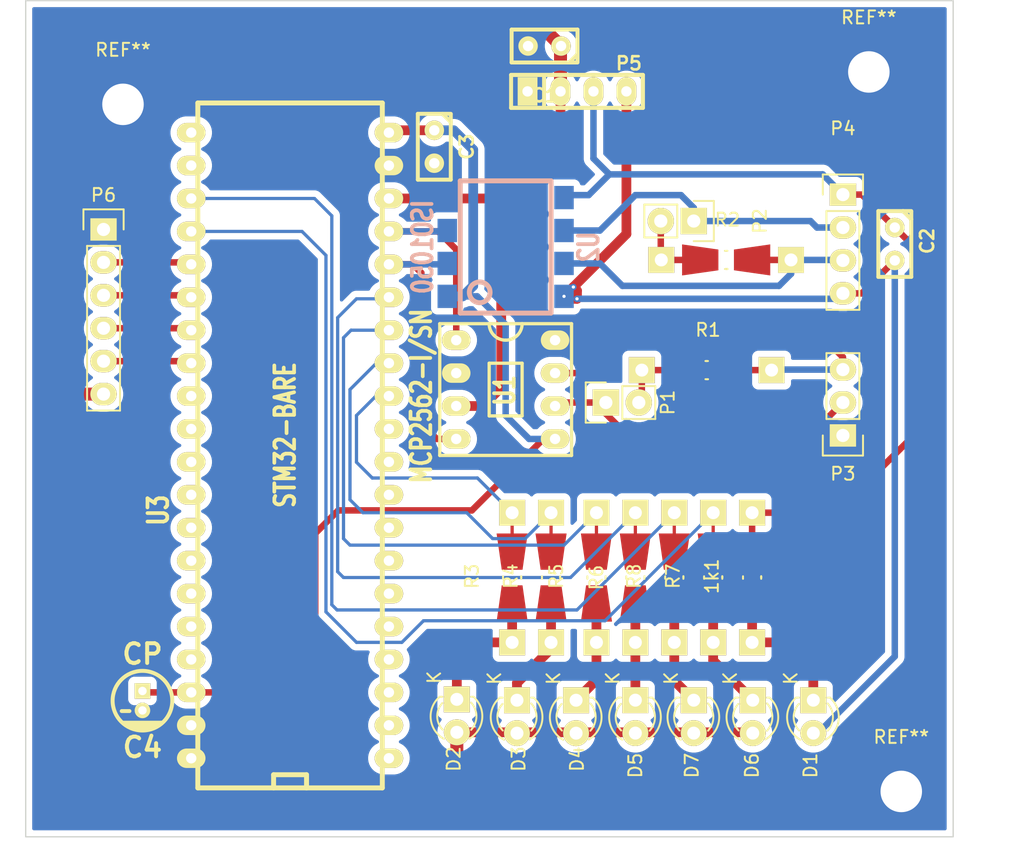
<source format=kicad_pcb>
(kicad_pcb (version 20241229) (generator "pcbnew") (generator_version "9.0")
  (layers (0 "F.Cu" signal) (2 "B.Cu" signal) (13 "F.Paste" user) (15 "B.Paste" user) (5 "F.SilkS" user "F.Silkscreen") (7 "B.SilkS" user "B.Silkscreen") (1 "F.Mask" user) (3 "B.Mask" user) (25 "Edge.Cuts" user))
  (net 0 "")
  (net 1 "+5V")
  (net 2 "GND")
  (net 3 "GNDA")
  (net 4 "+5VA")
  (net 5 "Net-(1k1-Pad1)")
  (net 6 "+3V3")
  (net 7 "Net-(P2-Pad1)")
  (net 8 "Net-(P2-Pad2)")
  (net 9 "Net-(D2-Pad1)")
  (net 10 "Net-(D3-Pad1)")
  (net 11 "Net-(D4-Pad1)")
  (net 12 "Net-(D5-Pad1)")
  (net 13 "Net-(D6-Pad1)")
  (net 14 "Net-(D7-Pad1)")
  (net 15 "Net-(P1-Pad1)")
  (net 16 "Net-(P1-Pad2)")
  (net 17 "Net-(P3-Pad3)")
  (net 18 "Net-(P4-Pad3)")
  (net 19 "/CTS")
  (net 20 "/RxD")
  (net 21 "/TxD")
  (net 22 "/RTS")
  (net 23 "/CAN_TX")
  (net 24 "/CAN_RX")
  (net 25 "/UART_OVF")
  (net 26 "/CAN_OVF")
  (net 27 "/TxD_LED")
  (net 28 "/RxD_LED")
  (net 29 "Net-(U1-Pad1)")
  (net 30 "Net-(U1-Pad4)")
  (net 31 "Net-(U3-Pad1)")
  (net 32 "Net-(U3-Pad2)")
  (net 33 "Net-(U3-Pad3)")
  (net 34 "Net-(U3-Pad4)")
  (net 35 "Net-(U3-Pad5)")
  (net 36 "Net-(U3-Pad6)")
  (net 37 "Net-(U3-Pad7)")
  (net 38 "Net-(U3-Pad8)")
  (net 39 "Net-(U3-Pad9)")
  (net 40 "Net-(U3-Pad10)")
  (net 41 "Net-(U3-Pad11)")
  (net 42 "Net-(U3-Pad21)")
  (net 43 "Net-(U3-Pad22)")
  (net 44 "Net-(U3-Pad29)")
  (net 45 "Net-(U3-Pad30)")
  (net 46 "Net-(U3-Pad31)")
  (net 47 "Net-(U3-Pad32)")
  (net 48 "Net-(U3-Pad33)")
  (net 49 "Net-(U3-Pad34)")
  (net 50 "Net-(U3-Pad35)")
  (net 51 "Net-(U3-Pad36)")
  (net 52 "Net-(U3-Pad37)")
  (footprint "MountingHole:MountingHole_3.2mm_M3" (layer "F.Cu") (at 192.5 21)
    (property "Reference" "REF**" (at 0 -4.2 0) (layer "F.SilkS"))
    (property "Value" "MountingHole_3.2mm_M3")
    (pad "" np_thru_hole circle (at 0 0) (size 3.2 3.2) (drill 3.2) (layers "*.Cu" "*.Mask"))
  )
  (footprint "Resistors_Universal:Resistor_SMD+THTuniversal_0805to1206_RM10_HandSoldering_RevA_Date25Jun2010" (layer "F.Cu") (at 174.5 60.00204 90)
    (property "Reference" "R6" (at 0.00204 -3 90) (layer "F.SilkS"))
    (property "Value" "1k5")
    (pad "1" thru_hole rect (at -5.00126 0 270) (size 1.99898 1.99898) (drill 1.00076) (layers "*.Cu" "*.Mask" "F.SilkS") (net 12 "Net-(D5-Pad1)"))
    (pad "1" smd trapezoid (at -1.99898 0 90) (size 2.79908 1.99898) (rect_delta 0.39878 0) (layers "F.Cu" "F.Mask" "F.Paste") (net 12 "Net-(D5-Pad1)"))
    (pad "2" smd trapezoid (at 1.99898 0 270) (size 2.79908 1.99898) (rect_delta 0.39878 0) (layers "F.Cu" "F.Mask" "F.Paste") (net 26 "/CAN_OVF"))
    (pad "2" thru_hole rect (at 5.00126 0 270) (size 1.99898 1.99898) (drill 1.00076) (layers "*.Cu" "*.Mask" "F.SilkS") (net 26 "/CAN_OVF"))
  )
  (footprint "Resistors_Universal:Resistor_SMD+THTuniversal_0805to1206_RM10_HandSoldering_RevA_Date25Jun2010" (layer "F.Cu") (at 165 60.00204 90)
    (property "Reference" "R3" (at 0.09906 -3.0988 90) (layer "F.SilkS"))
    (property "Value" "1k5")
    (pad "1" thru_hole rect (at -5.00126 0 270) (size 1.99898 1.99898) (drill 1.00076) (layers "*.Cu" "*.Mask" "F.SilkS") (net 9 "Net-(D2-Pad1)"))
    (pad "1" smd trapezoid (at -1.99898 0 90) (size 2.79908 1.99898) (rect_delta 0.39878 0) (layers "F.Cu" "F.Mask" "F.Paste") (net 9 "Net-(D2-Pad1)"))
    (pad "2" smd trapezoid (at 1.99898 0 270) (size 2.79908 1.99898) (rect_delta 0.39878 0) (layers "F.Cu" "F.Mask" "F.Paste") (net 23 "/CAN_TX"))
    (pad "2" thru_hole rect (at 5.00126 0 270) (size 1.99898 1.99898) (drill 1.00076) (layers "*.Cu" "*.Mask" "F.SilkS") (net 23 "/CAN_TX"))
  )
  (footprint "w_capacitors:cnp_3mm_disc" (layer "F.Cu") (at 159 26.77 -90)
    (property "Reference" "C3" (at 0 -2.5 90) (layer "F.SilkS") (effects (font (size 1.016 1.016) (thickness 0.2032))))
    (property "Value" "C" (hide yes))
    (pad "1" thru_hole circle (at -1.27 0 270) (size 1.50114 1.50114) (drill 0.8001) (layers "*.Cu" "*.Mask" "F.SilkS") (net 6 "+3V3"))
    (pad "2" thru_hole circle (at 1.27 0 270) (size 1.50114 1.50114) (drill 0.8001) (layers "*.Cu" "*.Mask" "F.SilkS") (net 2 "GND"))
  )
  (footprint "LEDs:LED-3MM" (layer "F.Cu") (at 183.55 69.462607 -90)
    (property "Reference" "D6" (at 5.038299 0.063758 90) (layer "F.SilkS"))
    (property "Value" "LED")
    (fp_text user "K" (at -1.69 1.74 90) (layer "F.SilkS"))
    (pad "1" thru_hole rect (at 0 0) (size 2 2) (drill 1.00076) (layers "*.Cu" "*.Mask" "F.SilkS") (net 13 "Net-(D6-Pad1)"))
    (pad "2" thru_hole circle (at 2.54 0 270) (size 2 2) (drill 1.00076) (layers "*.Cu" "*.Mask" "F.SilkS") (net 1 "+5V"))
  )
  (footprint "w_pth_circuits:dil_8-300_socket" (layer "F.Cu") (at 164.5 45.5 -90)
    (property "Reference" "U1" (at 0.0635 0.0635 90) (layer "F.SilkS") (effects (font (size 1.524 1.143) (thickness 0.28702))))
    (property "Value" "MCP2562-I/SN" (at 0.5 6.5 90) (layer "F.SilkS") (effects (font (size 1.524 1.143) (thickness 0.28702))))
    (pad "1" thru_hole oval (at -3.81 3.81 270) (size 1.50114 2.19964) (drill 0.8001) (layers "*.Cu" "*.Mask" "F.SilkS") (net 29 "Net-(U1-Pad1)"))
    (pad "2" thru_hole oval (at -1.27 3.81 270) (size 1.50114 2.19964) (drill 0.8001) (layers "*.Cu" "*.Mask" "F.SilkS") (net 2 "GND"))
    (pad "3" thru_hole oval (at 1.27 3.81 270) (size 1.50114 2.19964) (drill 0.8001) (layers "*.Cu" "*.Mask" "F.SilkS") (net 1 "+5V"))
    (pad "4" thru_hole oval (at 3.81 3.81 270) (size 1.50114 2.19964) (drill 0.8001) (layers "*.Cu" "*.Mask" "F.SilkS") (net 30 "Net-(U1-Pad4)"))
    (pad "5" thru_hole oval (at 3.81 -3.81 270) (size 1.50114 2.19964) (drill 0.8001) (layers "*.Cu" "*.Mask" "F.SilkS") (net 6 "+3V3"))
    (pad "6" thru_hole oval (at 1.27 -3.81 270) (size 1.50114 2.19964) (drill 0.8001) (layers "*.Cu" "*.Mask" "F.SilkS") (net 15 "Net-(P1-Pad1)"))
    (pad "7" thru_hole oval (at -1.27 -3.81 270) (size 1.50114 2.19964) (drill 0.8001) (layers "*.Cu" "*.Mask" "F.SilkS") (net 17 "Net-(P3-Pad3)"))
    (pad "8" thru_hole oval (at -3.81 -3.81 270) (size 1.50114 2.19964) (drill 0.8001) (layers "*.Cu" "*.Mask" "F.SilkS") (net 2 "GND"))
  )
  (footprint "MountingHole:MountingHole_3.2mm_M3" (layer "F.Cu") (at 195 76.5)
    (property "Reference" "REF**" (at 0 -4.2 0) (layer "F.SilkS"))
    (property "Value" "MountingHole_3.2mm_M3")
    (pad "" np_thru_hole circle (at 0 0) (size 3.2 3.2) (drill 3.2) (layers "*.Cu" "*.Mask"))
  )
  (footprint "Resistors_Universal:Resistor_SMD+THTuniversal_0805to1206_RM10_HandSoldering_RevA_Date25Jun2010" (layer "F.Cu") (at 180 44)
    (property "Reference" "R1" (at 0.09906 -3.0988 0) (layer "F.SilkS"))
    (property "Value" "120")
    (pad "1" thru_hole rect (at -5.00126 0 180) (size 1.99898 1.99898) (drill 1.00076) (layers "*.Cu" "*.Mask" "F.SilkS") (net 16 "Net-(P1-Pad2)"))
    (pad "1" smd trapezoid (at -1.99898 0) (size 2.79908 1.99898) (rect_delta 0.39878 0) (layers "F.Cu" "F.Mask" "F.Paste") (net 16 "Net-(P1-Pad2)"))
    (pad "2" smd trapezoid (at 1.99898 0 180) (size 2.79908 1.99898) (rect_delta 0.39878 0) (layers "F.Cu" "F.Mask" "F.Paste") (net 17 "Net-(P3-Pad3)"))
    (pad "2" thru_hole rect (at 5.00126 0 180) (size 1.99898 1.99898) (drill 1.00076) (layers "*.Cu" "*.Mask" "F.SilkS") (net 17 "Net-(P3-Pad3)"))
  )
  (footprint "MountingHole:MountingHole_3.2mm_M3" (layer "F.Cu") (at 135 23.5)
    (property "Reference" "REF**" (at 0 -4.2 0) (layer "F.SilkS"))
    (property "Value" "MountingHole_3.2mm_M3")
    (pad "" np_thru_hole circle (at 0 0) (size 3.2 3.2) (drill 3.2) (layers "*.Cu" "*.Mask"))
  )
  (footprint "Pin_Headers:Pin_Header_Straight_1x03" (layer "F.Cu") (at 190.5 49.04 180)
    (property "Reference" "P3" (at 0 -2.96 0) (layer "F.SilkS"))
    (property "Value" "CONN_01X03")
    (pad "1" thru_hole rect (at 0 0 180) (size 2.032 1.7272) (drill 1.016) (layers "*.Cu" "*.Mask" "F.SilkS") (net 2 "GND"))
    (pad "2" thru_hole oval (at 0 2.54 180) (size 2.032 1.7272) (drill 1.016) (layers "*.Cu" "*.Mask" "F.SilkS") (net 15 "Net-(P1-Pad1)"))
    (pad "3" thru_hole oval (at 0 5.08 180) (size 2.032 1.7272) (drill 1.016) (layers "*.Cu" "*.Mask" "F.SilkS") (net 17 "Net-(P3-Pad3)"))
  )
  (footprint "Resistors_Universal:Resistor_SMD+THTuniversal_0805to1206_RM10_HandSoldering_RevA_Date25Jun2010" (layer "F.Cu") (at 183.5 60 90)
    (property "Reference" "1k1" (at 0.09906 -3.0988 90) (layer "F.SilkS"))
    (property "Value" "R")
    (pad "1" thru_hole rect (at -5.00126 0 270) (size 1.99898 1.99898) (drill 1.00076) (layers "*.Cu" "*.Mask" "F.SilkS") (net 5 "Net-(1k1-Pad1)"))
    (pad "1" smd trapezoid (at -1.99898 0 90) (size 2.79908 1.99898) (rect_delta 0.39878 0) (layers "F.Cu" "F.Mask" "F.Paste") (net 5 "Net-(1k1-Pad1)"))
    (pad "2" smd trapezoid (at 1.99898 0 270) (size 2.79908 1.99898) (rect_delta 0.39878 0) (layers "F.Cu" "F.Mask" "F.Paste") (net 3 "GNDA"))
    (pad "2" thru_hole rect (at 5.00126 0 270) (size 1.99898 1.99898) (drill 1.00076) (layers "*.Cu" "*.Mask" "F.SilkS") (net 3 "GNDA"))
  )
  (footprint "Resistors_Universal:Resistor_SMD+THTuniversal_0805to1206_RM10_HandSoldering_RevA_Date25Jun2010" (layer "F.Cu") (at 181.5 35.5)
    (property "Reference" "R2" (at 0.09906 -3.0988 0) (layer "F.SilkS"))
    (property "Value" "120")
    (pad "1" thru_hole rect (at -5.00126 0 180) (size 1.99898 1.99898) (drill 1.00076) (layers "*.Cu" "*.Mask" "F.SilkS") (net 8 "Net-(P2-Pad2)"))
    (pad "1" smd trapezoid (at -1.99898 0) (size 2.79908 1.99898) (rect_delta 0.39878 0) (layers "F.Cu" "F.Mask" "F.Paste") (net 8 "Net-(P2-Pad2)"))
    (pad "2" smd trapezoid (at 1.99898 0 180) (size 2.79908 1.99898) (rect_delta 0.39878 0) (layers "F.Cu" "F.Mask" "F.Paste") (net 18 "Net-(P4-Pad3)"))
    (pad "2" thru_hole rect (at 5.00126 0 180) (size 1.99898 1.99898) (drill 1.00076) (layers "*.Cu" "*.Mask" "F.SilkS") (net 18 "Net-(P4-Pad3)"))
  )
  (footprint "LEDs:LED-3MM" (layer "F.Cu") (at 174.5 69.46 -90)
    (property "Reference" "D5" (at 5.04 0 90) (layer "F.SilkS"))
    (property "Value" "LED")
    (fp_text user "K" (at -1.69 1.74 90) (layer "F.SilkS"))
    (pad "1" thru_hole rect (at 0 0) (size 2 2) (drill 1.00076) (layers "*.Cu" "*.Mask" "F.SilkS") (net 12 "Net-(D5-Pad1)"))
    (pad "2" thru_hole circle (at 2.54 0 270) (size 2 2) (drill 1.00076) (layers "*.Cu" "*.Mask" "F.SilkS") (net 1 "+5V"))
  )
  (footprint "Resistors_Universal:Resistor_SMD+THTuniversal_0805to1206_RM10_HandSoldering_RevA_Date25Jun2010" (layer "F.Cu") (at 177.5 60 90)
    (property "Reference" "R8" (at 0.09906 -3.0988 90) (layer "F.SilkS"))
    (property "Value" "1k5")
    (pad "1" thru_hole rect (at -5.00126 0 270) (size 1.99898 1.99898) (drill 1.00076) (layers "*.Cu" "*.Mask" "F.SilkS") (net 14 "Net-(D7-Pad1)"))
    (pad "1" smd trapezoid (at -1.99898 0 90) (size 2.79908 1.99898) (rect_delta 0.39878 0) (layers "F.Cu" "F.Mask" "F.Paste") (net 14 "Net-(D7-Pad1)"))
    (pad "2" smd trapezoid (at 1.99898 0 270) (size 2.79908 1.99898) (rect_delta 0.39878 0) (layers "F.Cu" "F.Mask" "F.Paste") (net 28 "/RxD_LED"))
    (pad "2" thru_hole rect (at 5.00126 0 270) (size 1.99898 1.99898) (drill 1.00076) (layers "*.Cu" "*.Mask" "F.SilkS") (net 28 "/RxD_LED"))
  )
  (footprint "Resistors_Universal:Resistor_SMD+THTuniversal_0805to1206_RM10_HandSoldering_RevA_Date25Jun2010" (layer "F.Cu") (at 171.5 60.00102 90)
    (property "Reference" "R5" (at 0.09906 -3.0988 90) (layer "F.SilkS"))
    (property "Value" "1k5")
    (pad "1" thru_hole rect (at -5.00126 0 270) (size 1.99898 1.99898) (drill 1.00076) (layers "*.Cu" "*.Mask" "F.SilkS") (net 11 "Net-(D4-Pad1)"))
    (pad "1" smd trapezoid (at -1.99898 0 90) (size 2.79908 1.99898) (rect_delta 0.39878 0) (layers "F.Cu" "F.Mask" "F.Paste") (net 11 "Net-(D4-Pad1)"))
    (pad "2" smd trapezoid (at 1.99898 0 270) (size 2.79908 1.99898) (rect_delta 0.39878 0) (layers "F.Cu" "F.Mask" "F.Paste") (net 25 "/UART_OVF"))
    (pad "2" thru_hole rect (at 5.00126 0 270) (size 1.99898 1.99898) (drill 1.00076) (layers "*.Cu" "*.Mask" "F.SilkS") (net 25 "/UART_OVF"))
  )
  (footprint "Resistors_Universal:Resistor_SMD+THTuniversal_0805to1206_RM10_HandSoldering_RevA_Date25Jun2010" (layer "F.Cu") (at 168 60.00102 90)
    (property "Reference" "R4" (at 0.09906 -3.0988 90) (layer "F.SilkS"))
    (property "Value" "1k5")
    (pad "1" thru_hole rect (at -5.00126 0 270) (size 1.99898 1.99898) (drill 1.00076) (layers "*.Cu" "*.Mask" "F.SilkS") (net 10 "Net-(D3-Pad1)"))
    (pad "1" smd trapezoid (at -1.99898 0 90) (size 2.79908 1.99898) (rect_delta 0.39878 0) (layers "F.Cu" "F.Mask" "F.Paste") (net 10 "Net-(D3-Pad1)"))
    (pad "2" smd trapezoid (at 1.99898 0 270) (size 2.79908 1.99898) (rect_delta 0.39878 0) (layers "F.Cu" "F.Mask" "F.Paste") (net 24 "/CAN_RX"))
    (pad "2" thru_hole rect (at 5.00126 0 270) (size 1.99898 1.99898) (drill 1.00076) (layers "*.Cu" "*.Mask" "F.SilkS") (net 24 "/CAN_RX"))
  )
  (footprint "LEDs:LED-3MM" (layer "F.Cu") (at 188.21863 69.462269 -90)
    (property "Reference" "D1" (at 5.037731 0.21863 90) (layer "F.SilkS"))
    (property "Value" "LED")
    (fp_text user "K" (at -1.69 1.74 90) (layer "F.SilkS"))
    (pad "1" thru_hole rect (at 0 0) (size 2 2) (drill 1.00076) (layers "*.Cu" "*.Mask" "F.SilkS") (net 5 "Net-(1k1-Pad1)"))
    (pad "2" thru_hole circle (at 2.54 0 270) (size 2 2) (drill 1.00076) (layers "*.Cu" "*.Mask" "F.SilkS") (net 4 "+5VA"))
  )
  (footprint "LEDs:LED-3MM" (layer "F.Cu") (at 160.736664 69.398135 -90)
    (property "Reference" "D2" (at 4.601865 0.236664 90) (layer "F.SilkS"))
    (property "Value" "LED")
    (fp_text user "K" (at -1.69 1.74 90) (layer "F.SilkS"))
    (pad "1" thru_hole rect (at 0 0) (size 2 2) (drill 1.00076) (layers "*.Cu" "*.Mask" "F.SilkS") (net 9 "Net-(D2-Pad1)"))
    (pad "2" thru_hole circle (at 2.54 0 270) (size 2 2) (drill 1.00076) (layers "*.Cu" "*.Mask" "F.SilkS") (net 1 "+5V"))
  )
  (footprint "w_capacitors:cnp_3mm_disc" (layer "F.Cu") (at 167.5 19 180)
    (property "Reference" "C1" (at 0 -3.81 0) (layer "F.SilkS") (effects (font (size 1.016 1.016) (thickness 0.2032))))
    (property "Value" "C" (hide yes))
    (pad "1" thru_hole circle (at -1.27 0 180) (size 1.50114 1.50114) (drill 0.8001) (layers "*.Cu" "*.Mask" "F.SilkS") (net 1 "+5V"))
    (pad "2" thru_hole circle (at 1.27 0 180) (size 1.50114 1.50114) (drill 0.8001) (layers "*.Cu" "*.Mask" "F.SilkS") (net 2 "GND"))
  )
  (footprint "Pin_Headers:Pin_Header_Straight_1x06" (layer "F.Cu") (at 133.5 33.15)
    (property "Reference" "P6" (at 0 -2.65 0) (layer "F.SilkS"))
    (property "Value" "CONN_01X06")
    (pad "1" thru_hole rect (at 0 0) (size 2.032 1.7272) (drill 1.016) (layers "*.Cu" "*.Mask" "F.SilkS") (net 2 "GND"))
    (pad "2" thru_hole oval (at 0 2.54) (size 2.032 1.7272) (drill 1.016) (layers "*.Cu" "*.Mask" "F.SilkS") (net 19 "/CTS"))
    (pad "3" thru_hole oval (at 0 5.08) (size 2.032 1.7272) (drill 1.016) (layers "*.Cu" "*.Mask" "F.SilkS") (net 20 "/RxD"))
    (pad "4" thru_hole oval (at 0 7.62) (size 2.032 1.7272) (drill 1.016) (layers "*.Cu" "*.Mask" "F.SilkS") (net 21 "/TxD"))
    (pad "5" thru_hole oval (at 0 10.16) (size 2.032 1.7272) (drill 1.016) (layers "*.Cu" "*.Mask" "F.SilkS") (net 22 "/RTS"))
    (pad "6" thru_hole oval (at 0 12.7) (size 2.032 1.7272) (drill 1.016) (layers "*.Cu" "*.Mask" "F.SilkS") (net 1 "+5V"))
  )
  (footprint "w_capacitors:CP_4x5mm" (layer "F.Cu") (at 136.5 69.5 180)
    (property "Reference" "C4" (at 0 -3.6 0) (layer "F.SilkS") (effects (font (size 1.524 1.524) (thickness 0.3048))))
    (property "Value" "CP" (at 0 3.6 0) (layer "F.SilkS") (effects (font (size 1.524 1.524) (thickness 0.3048))))
    (pad "1" thru_hole rect (at 0 0.75 180) (size 1.2 1.2) (drill 0.65) (layers "*.Cu" "*.Mask" "F.SilkS") (net 6 "+3V3"))
    (pad "2" thru_hole circle (at 0 -0.75 180) (size 1.2 1.2) (drill 0.65) (layers "*.Cu" "*.Mask" "F.SilkS") (net 2 "GND"))
  )
  (footprint "LEDs:LED-3MM" (layer "F.Cu") (at 179 69.462607 -90)
    (property "Reference" "D7" (at 5.037393 0.147505 90) (layer "F.SilkS"))
    (property "Value" "LED")
    (fp_text user "K" (at -1.69 1.74 90) (layer "F.SilkS"))
    (pad "1" thru_hole rect (at 0 0) (size 2 2) (drill 1.00076) (layers "*.Cu" "*.Mask" "F.SilkS") (net 14 "Net-(D7-Pad1)"))
    (pad "2" thru_hole circle (at 2.54 0 270) (size 2 2) (drill 1.00076) (layers "*.Cu" "*.Mask" "F.SilkS") (net 1 "+5V"))
  )
  (footprint "Pin_Headers:Pin_Header_Straight_1x04" (layer "F.Cu") (at 190.5 30.46)
    (property "Reference" "P4" (at 0 -5.1 0) (layer "F.SilkS"))
    (property "Value" "CONN_01X04")
    (pad "1" thru_hole rect (at 0 0) (size 2.032 1.7272) (drill 1.016) (layers "*.Cu" "*.Mask" "F.SilkS") (net 3 "GNDA"))
    (pad "2" thru_hole oval (at 0 2.54) (size 2.032 1.7272) (drill 1.016) (layers "*.Cu" "*.Mask" "F.SilkS") (net 7 "Net-(P2-Pad1)"))
    (pad "3" thru_hole oval (at 0 5.08) (size 2.032 1.7272) (drill 1.016) (layers "*.Cu" "*.Mask" "F.SilkS") (net 18 "Net-(P4-Pad3)"))
    (pad "4" thru_hole oval (at 0 7.62) (size 2.032 1.7272) (drill 1.016) (layers "*.Cu" "*.Mask" "F.SilkS") (net 4 "+5VA"))
  )
  (footprint "LEDs:LED-3MM" (layer "F.Cu") (at 165.372342 69.464147 -90)
    (property "Reference" "D3" (at 4.535853 -0.127658 90) (layer "F.SilkS"))
    (property "Value" "LED")
    (fp_text user "K" (at -1.69 1.74 90) (layer "F.SilkS"))
    (pad "1" thru_hole rect (at 0 0) (size 2 2) (drill 1.00076) (layers "*.Cu" "*.Mask" "F.SilkS") (net 10 "Net-(D3-Pad1)"))
    (pad "2" thru_hole circle (at 2.54 0 270) (size 2 2) (drill 1.00076) (layers "*.Cu" "*.Mask" "F.SilkS") (net 1 "+5V"))
  )
  (footprint "LEDs:LED-3MM" (layer "F.Cu") (at 169.929753 69.465694 -90)
    (property "Reference" "D4" (at 4.534306 -0.070247 90) (layer "F.SilkS"))
    (property "Value" "LED")
    (fp_text user "K" (at -1.69 1.74 90) (layer "F.SilkS"))
    (pad "1" thru_hole rect (at 0 0) (size 2 2) (drill 1.00076) (layers "*.Cu" "*.Mask" "F.SilkS") (net 11 "Net-(D4-Pad1)"))
    (pad "2" thru_hole circle (at 2.54 0 270) (size 2 2) (drill 1.00076) (layers "*.Cu" "*.Mask" "F.SilkS") (net 1 "+5V"))
  )
  (footprint "w_pth_resistors:r-sil_4" (layer "F.Cu") (at 170 22.5)
    (property "Reference" "P5" (at 4 -2.159 0) (layer "F.SilkS") (effects (font (size 1.016 1.016) (thickness 0.2032))))
    (property "Value" "CONN_01X04" (hide yes))
    (pad "1" thru_hole rect (at -3.81 0) (size 1.524 2.1971) (drill 0.8001) (layers "*.Cu" "*.Mask" "F.SilkS") (net 2 "GND"))
    (pad "2" thru_hole oval (at -1.27 0) (size 1.524 2.1971) (drill 0.8001) (layers "*.Cu" "*.Mask" "F.SilkS") (net 1 "+5V"))
    (pad "3" thru_hole oval (at 1.27 0) (size 1.524 2.1971) (drill 0.8001) (layers "*.Cu" "*.Mask" "F.SilkS") (net 3 "GNDA"))
    (pad "4" thru_hole oval (at 3.81 0) (size 1.524 2.1971) (drill 0.8001) (layers "*.Cu" "*.Mask" "F.SilkS") (net 4 "+5VA"))
  )
  (footprint "Pin_Headers:Pin_Header_Straight_1x02" (layer "F.Cu") (at 179 32.5 -90)
    (property "Reference" "P2" (at 0 -5.1 90) (layer "F.SilkS"))
    (property "Value" "Term")
    (pad "1" thru_hole rect (at 0 0 270) (size 2.032 2.032) (drill 1.016) (layers "*.Cu" "*.Mask" "F.SilkS") (net 7 "Net-(P2-Pad1)"))
    (pad "2" thru_hole oval (at 0 2.54 270) (size 2.032 2.032) (drill 1.016) (layers "*.Cu" "*.Mask" "F.SilkS") (net 8 "Net-(P2-Pad2)"))
  )
  (footprint "Resistors_Universal:Resistor_SMD+THTuniversal_0805to1206_RM10_HandSoldering_RevA_Date25Jun2010" (layer "F.Cu") (at 180.5 60 90)
    (property "Reference" "R7" (at 0.09906 -3.0988 90) (layer "F.SilkS"))
    (property "Value" "1k5")
    (pad "1" thru_hole rect (at -5.00126 0 270) (size 1.99898 1.99898) (drill 1.00076) (layers "*.Cu" "*.Mask" "F.SilkS") (net 13 "Net-(D6-Pad1)"))
    (pad "1" smd trapezoid (at -1.99898 0 90) (size 2.79908 1.99898) (rect_delta 0.39878 0) (layers "F.Cu" "F.Mask" "F.Paste") (net 13 "Net-(D6-Pad1)"))
    (pad "2" smd trapezoid (at 1.99898 0 270) (size 2.79908 1.99898) (rect_delta 0.39878 0) (layers "F.Cu" "F.Mask" "F.Paste") (net 27 "/TxD_LED"))
    (pad "2" thru_hole rect (at 5.00126 0 270) (size 1.99898 1.99898) (drill 1.00076) (layers "*.Cu" "*.Mask" "F.SilkS") (net 27 "/TxD_LED"))
  )
  (footprint "w_capacitors:cnp_3mm_disc" (layer "F.Cu") (at 194.5 34.27 -90)
    (property "Reference" "C2" (at -0.23 -2.5 90) (layer "F.SilkS") (effects (font (size 1.016 1.016) (thickness 0.2032))))
    (property "Value" "C" (hide yes))
    (pad "1" thru_hole circle (at -1.27 0 270) (size 1.50114 1.50114) (drill 0.8001) (layers "*.Cu" "*.Mask" "F.SilkS") (net 3 "GNDA"))
    (pad "2" thru_hole circle (at 1.27 0 270) (size 1.50114 1.50114) (drill 0.8001) (layers "*.Cu" "*.Mask" "F.SilkS") (net 4 "+5VA"))
  )
  (footprint "Pin_Headers:Pin_Header_Straight_1x02" (layer "F.Cu") (at 172.225 46.5 90)
    (property "Reference" "P1" (at 0 4.775 90) (layer "F.SilkS"))
    (property "Value" "Term")
    (pad "1" thru_hole rect (at 0 0 90) (size 2.032 2.032) (drill 1.016) (layers "*.Cu" "*.Mask" "F.SilkS") (net 15 "Net-(P1-Pad1)"))
    (pad "2" thru_hole oval (at 0 2.54 90) (size 2.032 2.032) (drill 1.016) (layers "*.Cu" "*.Mask" "F.SilkS") (net 16 "Net-(P1-Pad2)"))
  )
  (footprint "w_pth_circuits:dil_40-600" (layer "F.Cu") (at 147.88 49.81 90)
    (property "Reference" "U3" (at -5 -10.16 90) (layer "F.SilkS") (effects (font (size 1.524 1.143) (thickness 0.28702))))
    (property "Value" "STM32-BARE" (at 0.81 -0.38 90) (layer "F.SilkS") (effects (font (size 1.524 1.143) (thickness 0.28702))))
    (pad "1" thru_hole oval (at -24.13 7.62 90) (size 1.50114 2.19964) (drill 0.8001) (layers "*.Cu" "*.Mask" "F.SilkS") (net 31 "Net-(U3-Pad1)"))
    (pad "2" thru_hole oval (at -21.59 7.62 90) (size 1.50114 2.19964) (drill 0.8001) (layers "*.Cu" "*.Mask" "F.SilkS") (net 32 "Net-(U3-Pad2)"))
    (pad "3" thru_hole oval (at -19.05 7.62 90) (size 1.50114 2.19964) (drill 0.8001) (layers "*.Cu" "*.Mask" "F.SilkS") (net 33 "Net-(U3-Pad3)"))
    (pad "4" thru_hole oval (at -16.51 7.62 90) (size 1.50114 2.19964) (drill 0.8001) (layers "*.Cu" "*.Mask" "F.SilkS") (net 34 "Net-(U3-Pad4)"))
    (pad "5" thru_hole oval (at -13.97 7.62 90) (size 1.50114 2.19964) (drill 0.8001) (layers "*.Cu" "*.Mask" "F.SilkS") (net 35 "Net-(U3-Pad5)"))
    (pad "6" thru_hole oval (at -11.43 7.62 90) (size 1.50114 2.19964) (drill 0.8001) (layers "*.Cu" "*.Mask" "F.SilkS") (net 36 "Net-(U3-Pad6)"))
    (pad "7" thru_hole oval (at -8.89 7.62 90) (size 1.50114 2.19964) (drill 0.8001) (layers "*.Cu" "*.Mask" "F.SilkS") (net 37 "Net-(U3-Pad7)"))
    (pad "8" thru_hole oval (at -6.35 7.62 90) (size 1.50114 2.19964) (drill 0.8001) (layers "*.Cu" "*.Mask" "F.SilkS") (net 38 "Net-(U3-Pad8)"))
    (pad "9" thru_hole oval (at -3.81 7.62 90) (size 1.50114 2.19964) (drill 0.8001) (layers "*.Cu" "*.Mask" "F.SilkS") (net 39 "Net-(U3-Pad9)"))
    (pad "10" thru_hole oval (at -1.27 7.62 90) (size 1.50114 2.19964) (drill 0.8001) (layers "*.Cu" "*.Mask" "F.SilkS") (net 40 "Net-(U3-Pad10)"))
    (pad "11" thru_hole oval (at 1.27 7.62 90) (size 1.50114 2.19964) (drill 0.8001) (layers "*.Cu" "*.Mask" "F.SilkS") (net 41 "Net-(U3-Pad11)"))
    (pad "12" thru_hole oval (at 3.81 7.62 90) (size 1.50114 2.19964) (drill 0.8001) (layers "*.Cu" "*.Mask" "F.SilkS") (net 23 "/CAN_TX"))
    (pad "13" thru_hole oval (at 6.35 7.62 90) (size 1.50114 2.19964) (drill 0.8001) (layers "*.Cu" "*.Mask" "F.SilkS") (net 24 "/CAN_RX"))
    (pad "14" thru_hole oval (at 8.89 7.62 90) (size 1.50114 2.19964) (drill 0.8001) (layers "*.Cu" "*.Mask" "F.SilkS") (net 25 "/UART_OVF"))
    (pad "15" thru_hole oval (at 11.43 7.62 90) (size 1.50114 2.19964) (drill 0.8001) (layers "*.Cu" "*.Mask" "F.SilkS") (net 26 "/CAN_OVF"))
    (pad "16" thru_hole oval (at 13.97 7.62 90) (size 1.50114 2.19964) (drill 0.8001) (layers "*.Cu" "*.Mask" "F.SilkS") (net 30 "Net-(U1-Pad4)"))
    (pad "17" thru_hole oval (at 16.51 7.62 90) (size 1.50114 2.19964) (drill 0.8001) (layers "*.Cu" "*.Mask" "F.SilkS") (net 29 "Net-(U1-Pad1)"))
    (pad "18" thru_hole oval (at 19.05 7.62 90) (size 1.50114 2.19964) (drill 0.8001) (layers "*.Cu" "*.Mask" "F.SilkS") (net 1 "+5V"))
    (pad "19" thru_hole oval (at 21.59 7.62 90) (size 1.50114 2.19964) (drill 0.8001) (layers "*.Cu" "*.Mask" "F.SilkS") (net 2 "GND"))
    (pad "20" thru_hole oval (at 24.13 7.62 90) (size 1.50114 2.19964) (drill 0.8001) (layers "*.Cu" "*.Mask" "F.SilkS") (net 6 "+3V3"))
    (pad "21" thru_hole oval (at 24.13 -7.62 90) (size 1.50114 2.19964) (drill 0.8001) (layers "*.Cu" "*.Mask" "F.SilkS") (net 42 "Net-(U3-Pad21)"))
    (pad "22" thru_hole oval (at 21.59 -7.62 90) (size 1.50114 2.19964) (drill 0.8001) (layers "*.Cu" "*.Mask" "F.SilkS") (net 43 "Net-(U3-Pad22)"))
    (pad "23" thru_hole oval (at 19.05 -7.62 90) (size 1.50114 2.19964) (drill 0.8001) (layers "*.Cu" "*.Mask" "F.SilkS") (net 28 "/RxD_LED"))
    (pad "24" thru_hole oval (at 16.51 -7.62 90) (size 1.50114 2.19964) (drill 0.8001) (layers "*.Cu" "*.Mask" "F.SilkS") (net 27 "/TxD_LED"))
    (pad "25" thru_hole oval (at 13.97 -7.62 90) (size 1.50114 2.19964) (drill 0.8001) (layers "*.Cu" "*.Mask" "F.SilkS") (net 19 "/CTS"))
    (pad "26" thru_hole oval (at 11.43 -7.62 90) (size 1.50114 2.19964) (drill 0.8001) (layers "*.Cu" "*.Mask" "F.SilkS") (net 20 "/RxD"))
    (pad "27" thru_hole oval (at 8.89 -7.62 90) (size 1.50114 2.19964) (drill 0.8001) (layers "*.Cu" "*.Mask" "F.SilkS") (net 21 "/TxD"))
    (pad "28" thru_hole oval (at 6.35 -7.62 90) (size 1.50114 2.19964) (drill 0.8001) (layers "*.Cu" "*.Mask" "F.SilkS") (net 22 "/RTS"))
    (pad "29" thru_hole oval (at 3.81 -7.62 90) (size 1.50114 2.19964) (drill 0.8001) (layers "*.Cu" "*.Mask" "F.SilkS") (net 44 "Net-(U3-Pad29)"))
    (pad "30" thru_hole oval (at 1.27 -7.62 90) (size 1.50114 2.19964) (drill 0.8001) (layers "*.Cu" "*.Mask" "F.SilkS") (net 45 "Net-(U3-Pad30)"))
    (pad "31" thru_hole oval (at -1.27 -7.62 90) (size 1.50114 2.19964) (drill 0.8001) (layers "*.Cu" "*.Mask" "F.SilkS") (net 46 "Net-(U3-Pad31)"))
    (pad "32" thru_hole oval (at -3.81 -7.62 90) (size 1.50114 2.19964) (drill 0.8001) (layers "*.Cu" "*.Mask" "F.SilkS") (net 47 "Net-(U3-Pad32)"))
    (pad "33" thru_hole oval (at -6.35 -7.62 90) (size 1.50114 2.19964) (drill 0.8001) (layers "*.Cu" "*.Mask" "F.SilkS") (net 48 "Net-(U3-Pad33)"))
    (pad "34" thru_hole oval (at -8.89 -7.62 90) (size 1.50114 2.19964) (drill 0.8001) (layers "*.Cu" "*.Mask" "F.SilkS") (net 49 "Net-(U3-Pad34)"))
    (pad "35" thru_hole oval (at -11.43 -7.62 90) (size 1.50114 2.19964) (drill 0.8001) (layers "*.Cu" "*.Mask" "F.SilkS") (net 50 "Net-(U3-Pad35)"))
    (pad "36" thru_hole oval (at -13.97 -7.62 90) (size 1.50114 2.19964) (drill 0.8001) (layers "*.Cu" "*.Mask" "F.SilkS") (net 51 "Net-(U3-Pad36)"))
    (pad "37" thru_hole oval (at -16.51 -7.62 90) (size 1.50114 2.19964) (drill 0.8001) (layers "*.Cu" "*.Mask" "F.SilkS") (net 52 "Net-(U3-Pad37)"))
    (pad "38" thru_hole oval (at -19.05 -7.62 90) (size 1.50114 2.19964) (drill 0.8001) (layers "*.Cu" "*.Mask" "F.SilkS") (net 6 "+3V3"))
    (pad "39" thru_hole oval (at -21.59 -7.62 90) (size 1.50114 2.19964) (drill 0.8001) (layers "*.Cu" "*.Mask" "F.SilkS") (net 2 "GND"))
    (pad "40" thru_hole oval (at -24.13 -7.62 90) (size 1.50114 2.19964) (drill 0.8001) (layers "*.Cu" "*.Mask" "F.SilkS") (net 2 "GND"))
  )
  (footprint "w_smd_dil:mdip_8" (layer "B.Cu") (at 164.5 34.5 90)
    (property "Reference" "U2" (at 0 6.4008 90) (layer "B.SilkS") (effects (font (size 1.524 1.143) (thickness 0.28702)) (justify mirror)))
    (property "Value" "ISO1050" (at 0 -6.4008 90) (layer "B.SilkS") (effects (font (size 1.524 1.143) (thickness 0.28575)) (justify mirror)))
    (pad "1" smd rect (at -3.81 -4.5 90) (size 1.8 1.5) (layers "B.Cu" "B.Mask" "B.Paste") (net 6 "+3V3"))
    (pad "2" smd rect (at -1.27 -4.5 90) (size 1.8 1.5) (layers "B.Cu" "B.Mask" "B.Paste") (net 30 "Net-(U1-Pad4)"))
    (pad "3" smd rect (at 1.27 -4.5 90) (size 1.8 1.5) (layers "B.Cu" "B.Mask" "B.Paste") (net 29 "Net-(U1-Pad1)"))
    (pad "4" smd rect (at 3.81 -4.5 90) (size 1.8 1.5) (layers "B.Cu" "B.Mask" "B.Paste") (net 2 "GND"))
    (pad "5" smd rect (at 3.81 4.5 90) (size 1.8 1.5) (layers "B.Cu" "B.Mask" "B.Paste") (net 3 "GNDA"))
    (pad "6" smd rect (at 1.27 4.5 90) (size 1.8 1.5) (layers "B.Cu" "B.Mask" "B.Paste") (net 7 "Net-(P2-Pad1)"))
    (pad "7" smd rect (at -1.27 4.5 90) (size 1.8 1.5) (layers "B.Cu" "B.Mask" "B.Paste") (net 18 "Net-(P4-Pad3)"))
    (pad "8" smd rect (at -3.81 4.5 90) (size 1.8 1.5) (layers "B.Cu" "B.Mask" "B.Paste") (net 4 "+5VA"))
  )
  (gr_rect (start 127.5 15.5) (end 199 80) (stroke (width 0.1)) (fill no) (layer "Edge.Cuts"))
  (segment (start 155.5 30.76) (end 163.5 30.76) (width 0.75) (layer "F.Cu") (net 1))
  (segment (start 168.73 19.04) (end 168.77 19) (width 1) (layer "F.Cu") (net 1))
  (segment (start 129.5 21) (end 129.5 44.5) (width 1) (layer "F.Cu") (net 1))
  (segment (start 167.25 25.75) (end 168.73 24.27) (width 0.75) (layer "F.Cu") (net 1))
  (segment (start 130.85 45.85) (end 133.5 45.85) (width 1) (layer "F.Cu") (net 1))
  (segment (start 168.77 19) (end 167.31843 17.54843) (width 1) (layer "F.Cu") (net 1))
  (segment (start 129.5 44.5) (end 130.85 45.85) (width 1) (layer "F.Cu") (net 1))
  (segment (start 168.73 24.27) (end 168.73 22.5) (width 0.75) (layer "F.Cu") (net 1))
  (segment (start 164.159417 45.340583) (end 162.73 46.77) (width 0.75) (layer "F.Cu") (net 1))
  (segment (start 167.31843 17.54843) (end 132.95157 17.54843) (width 1) (layer "F.Cu") (net 1))
  (segment (start 164.24 27.243782) (end 165.733782 25.75) (width 0.75) (layer "F.Cu") (net 1))
  (segment (start 163.5 30.76) (end 164.24 30.02) (width 0.75) (layer "F.Cu") (net 1))
  (segment (start 129.467753 47.232247) (end 129.467753 73.467753) (width 1) (layer "F.Cu") (net 1))
  (segment (start 165.733782 25.75) (end 167.25 25.75) (width 0.75) (layer "F.Cu") (net 1))
  (segment (start 164.159417 31.419417) (end 164.159417 45.340583) (width 0.75) (layer "F.Cu") (net 1))
  (segment (start 132.95157 17.54843) (end 129.5 21) (width 1) (layer "F.Cu") (net 1))
  (segment (start 130.85 45.85) (end 129.467753 47.232247) (width 1) (layer "F.Cu") (net 1))
  (segment (start 160.736664 76.263336) (end 160.736664 71.938135) (width 1) (layer "F.Cu") (net 1))
  (segment (start 183.485528 71.938135) (end 183.55 72.002607) (width 0.5) (layer "F.Cu") (net 1))
  (segment (start 159 78) (end 160.736664 76.263336) (width 1) (layer "F.Cu") (net 1))
  (segment (start 163.5 30.76) (end 164.159417 31.419417) (width 0.75) (layer "F.Cu") (net 1))
  (segment (start 160.736664 71.938135) (end 183.485528 71.938135) (width 0.75) (layer "F.Cu") (net 1))
  (segment (start 134 78) (end 159 78) (width 1) (layer "F.Cu") (net 1))
  (segment (start 168.73 22.5) (end 168.73 19.04) (width 1) (layer "F.Cu") (net 1))
  (segment (start 164.24 30.02) (end 164.24 27.243782) (width 0.75) (layer "F.Cu") (net 1))
  (segment (start 129.467753 73.467753) (end 134 78) (width 1) (layer "F.Cu") (net 1))
  (segment (start 162.73 46.77) (end 160.69 46.77) (width 0.75) (layer "F.Cu") (net 1))
  (segment (start 196.5 35) (end 196.5 48.5) (width 0.5) (layer "F.Cu") (net 3))
  (segment (start 190 55) (end 189.99874 54.99874) (width 0.5) (layer "F.Cu") (net 3))
  (segment (start 194.5 33) (end 196.5 35) (width 0.5) (layer "F.Cu") (net 3))
  (segment (start 183.5 54.99874) (end 183.5 58.00102) (width 0.5) (layer "F.Cu") (net 3))
  (segment (start 196.5 48.5) (end 190 55) (width 0.5) (layer "F.Cu") (net 3))
  (segment (start 189.99874 54.99874) (end 183.5 54.99874) (width 0.5) (layer "F.Cu") (net 3))
  (segment (start 191.96 30.46) (end 194.5 33) (width 0.5) (layer "F.Cu") (net 3))
  (segment (start 190.5 30.46) (end 191.96 30.46) (width 0.5) (layer "F.Cu") (net 3))
  (segment (start 170.897 30.5) (end 169.19 30.5) (width 0.5) (layer "B.Cu") (net 3))
  (segment (start 188.9395 28.8995) (end 172.4975 28.8995) (width 0.5) (layer "B.Cu") (net 3))
  (segment (start 172.4975 28.8995) (end 170.897 30.5) (width 0.5) (layer "B.Cu") (net 3))
  (segment (start 169.19 30.5) (end 169 30.69) (width 0.5) (layer "B.Cu") (net 3))
  (segment (start 171.27 22.5) (end 171.27 27.672) (width 0.5) (layer "B.Cu") (net 3))
  (segment (start 171.27 27.672) (end 172.4975 28.8995) (width 0.5) (layer "B.Cu") (net 3))
  (segment (start 190.5 30.46) (end 188.9395 28.8995) (width 0.5) (layer "B.Cu") (net 3))
  (segment (start 169 38.31) (end 169.720117 37.589883) (width 0.75) (layer "F.Cu") (net 4))
  (segment (start 169.720117 37.589883) (end 173.81 33.5) (width 0.75) (layer "F.Cu") (net 4))
  (segment (start 169.19 38.5) (end 169 38.31) (width 0.75) (layer "F.Cu") (net 4))
  (segment (start 170 38.5) (end 170 37.869766) (width 0.75) (layer "F.Cu") (net 4))
  (segment (start 190.5 38.08) (end 191.96 38.08) (width 0.5) (layer "F.Cu") (net 4))
  (segment (start 191.96 38.08) (end 194.5 35.54) (width 0.5) (layer "F.Cu") (net 4))
  (segment (start 173.81 33.5) (end 173.81 22.5) (width 0.75) (layer "F.Cu") (net 4))
  (segment (start 170 38.5) (end 169.19 38.5) (width 0.75) (layer "F.Cu") (net 4))
  (segment (start 170 37.869766) (end 169.720117 37.589883) (width 0.75) (layer "F.Cu") (net 4))
  (via (at 169 38.31) (size 0.5) (drill 0.25) (layers "F.Cu" "B.Cu") (net 4))
  (via (at 170 38.5) (size 0.5) (drill 0.25) (layers "F.Cu" "B.Cu") (net 4))
  (via (at 169.720117 37.589883) (size 0.5) (drill 0.25) (layers "F.Cu" "B.Cu") (net 4))
  (segment (start 188.58063 72.002269) (end 188.21863 72.002269) (width 0.5) (layer "B.Cu") (net 4))
  (segment (start 170 38.5) (end 190.08 38.5) (width 0.5) (layer "B.Cu") (net 4))
  (segment (start 194.5 35.54) (end 194.5 66.082899) (width 0.5) (layer "B.Cu") (net 4))
  (segment (start 194.5 66.082899) (end 188.58063 72.002269) (width 0.5) (layer "B.Cu") (net 4))
  (segment (start 190.08 38.5) (end 190.5 38.08) (width 0.5) (layer "B.Cu") (net 4))
  (segment (start 188.21863 66.71863) (end 188.21863 69.462269) (width 0.75) (layer "F.Cu") (net 5))
  (segment (start 186.50126 65.00126) (end 188.21863 66.71863) (width 0.75) (layer "F.Cu") (net 5))
  (segment (start 183.5 65.00126) (end 183.5 61.99898) (width 0.75) (layer "F.Cu") (net 5))
  (segment (start 183.5 65.00126) (end 186.50126 65.00126) (width 0.75) (layer "F.Cu") (net 5))
  (segment (start 149.82157 66.678429) (end 147.639999 68.86) (width 0.5) (layer "F.Cu") (net 6))
  (segment (start 136.61 68.86) (end 140.26 68.86) (width 0.5) (layer "F.Cu") (net 6))
  (segment (start 168.31 49.31) (end 167.40868 49.31) (width 0.5) (layer "F.Cu") (net 6))
  (segment (start 147.639999 68.86) (end 140.26 68.86) (width 0.5) (layer "F.Cu") (net 6))
  (segment (start 149.82157 56.593472) (end 149.82157 66.678429) (width 0.5) (layer "F.Cu") (net 6))
  (segment (start 161.89711 54.82157) (end 151.593472 54.82157) (width 0.5) (layer "F.Cu") (net 6))
  (segment (start 151.593472 54.82157) (end 149.82157 56.593472) (width 0.5) (layer "F.Cu") (net 6))
  (segment (start 159 25.5) (end 155.68 25.5) (width 0.75) (layer "F.Cu") (net 6))
  (segment (start 136.5 68.75) (end 136.61 68.86) (width 0.5) (layer "F.Cu") (net 6))
  (segment (start 155.68 25.5) (end 155.5 25.68) (width 0.75) (layer "F.Cu") (net 6))
  (segment (start 167.40868 49.31) (end 161.89711 54.82157) (width 0.5) (layer "F.Cu") (net 6))
  (segment (start 164.5 40.5) (end 164.5 47.5) (width 0.5) (layer "B.Cu") (net 6))
  (segment (start 162.31 38.31) (end 164.5 40.5) (width 0.5) (layer "B.Cu") (net 6))
  (segment (start 160.5 25.5) (end 162 27) (width 0.75) (layer "B.Cu") (net 6))
  (segment (start 162 37.5) (end 161.19 38.31) (width 0.75) (layer "B.Cu") (net 6))
  (segment (start 164.5 47.5) (end 166.31 49.31) (width 0.5) (layer "B.Cu") (net 6))
  (segment (start 166.31 49.31) (end 168.31 49.31) (width 0.5) (layer "B.Cu") (net 6))
  (segment (start 162 27) (end 162 37.5) (width 0.75) (layer "B.Cu") (net 6))
  (segment (start 161.19 38.31) (end 160 38.31) (width 0.75) (layer "B.Cu") (net 6))
  (segment (start 160 38.31) (end 162.31 38.31) (width 0.5) (layer "B.Cu") (net 6))
  (segment (start 159 25.5) (end 160.5 25.5) (width 0.75) (layer "B.Cu") (net 6))
  (segment (start 174.5 30.5) (end 171.77 33.23) (width 0.5) (layer "B.Cu") (net 7))
  (segment (start 190.5 33) (end 188.5 33) (width 0.5) (layer "B.Cu") (net 7))
  (segment (start 179 31.484696) (end 178.015304 30.5) (width 0.5) (layer "B.Cu") (net 7))
  (segment (start 171.77 33.23) (end 169 33.23) (width 0.5) (layer "B.Cu") (net 7))
  (segment (start 179 32.5) (end 179 31.484696) (width 0.5) (layer "B.Cu") (net 7))
  (segment (start 188.5 33) (end 188 32.5) (width 0.5) (layer "B.Cu") (net 7))
  (segment (start 178.015304 30.5) (end 174.5 30.5) (width 0.5) (layer "B.Cu") (net 7))
  (segment (start 188 32.5) (end 179 32.5) (width 0.5) (layer "B.Cu") (net 7))
  (segment (start 176.46 35.46126) (end 176.49874 35.5) (width 0.5) (layer "F.Cu") (net 8))
  (segment (start 179.50102 35.5) (end 176.49874 35.5) (width 0.5) (layer "F.Cu") (net 8))
  (segment (start 176.46 32.5) (end 176.46 35.46126) (width 0.5) (layer "F.Cu") (net 8))
  (segment (start 165 65.0033) (end 162.9967 65.0033) (width 0.75) (layer "F.Cu") (net 9))
  (segment (start 165 65.0033) (end 165 62.00102) (width 0.75) (layer "F.Cu") (net 9))
  (segment (start 162.9967 65.0033) (end 160.736664 67.263336) (width 0.75) (layer "F.Cu") (net 9))
  (segment (start 160.736664 67.263336) (end 160.736664 69.398135) (width 0.75) (layer "F.Cu") (net 9))
  (segment (start 165.372342 68.127658) (end 165.372342 69.464147) (width 0.75) (layer "F.Cu") (net 10))
  (segment (start 168 65.00228) (end 168 62) (width 0.75) (layer "F.Cu") (net 10))
  (segment (start 168 65.00228) (end 168 65.5) (width 0.75) (layer "F.Cu") (net 10))
  (segment (start 168 65.5) (end 165.372342 68.127658) (width 0.75) (layer "F.Cu") (net 10))
  (segment (start 171.5 65.00228) (end 171.5 62) (width 0.75) (layer "F.Cu") (net 11))
  (segment (start 171.5 67.895447) (end 169.929753 69.465694) (width 0.75) (layer "F.Cu") (net 11))
  (segment (start 171.5 65.00228) (end 171.5 67.895447) (width 0.75) (layer "F.Cu") (net 11))
  (segment (start 174.5 65.0033) (end 174.5 62.00102) (width 0.75) (layer "F.Cu") (net 12))
  (segment (start 174.5 65.0033) (end 174.5 69.46) (width 0.75) (layer "F.Cu") (net 12))
  (segment (start 180.5 66.412607) (end 183.55 69.462607) (width 0.75) (layer "F.Cu") (net 13))
  (segment (start 180.5 65.00126) (end 180.5 61.99898) (width 0.75) (layer "F.Cu") (net 13))
  (segment (start 180.5 65.00126) (end 180.5 66.412607) (width 0.75) (layer "F.Cu") (net 13))
  (segment (start 177.5 65.00126) (end 177.5 67.962607) (width 0.75) (layer "F.Cu") (net 14))
  (segment (start 177.5 65.00126) (end 177.5 61.99898) (width 0.75) (layer "F.Cu") (net 14))
  (segment (start 177.5 67.962607) (end 179 69.462607) (width 0.75) (layer "F.Cu") (net 14))
  (segment (start 173.3625 48.5) (end 172.225 47.3625) (width 0.5) (layer "F.Cu") (net 15))
  (segment (start 168.58 46.5) (end 168.31 46.77) (width 0.5) (layer "F.Cu") (net 15))
  (segment (start 172.225 47.3625) (end 172.225 46.5) (width 0.5) (layer "F.Cu") (net 15))
  (segment (start 172.225 46.5) (end 168.58 46.5) (width 0.5) (layer "F.Cu") (net 15))
  (segment (start 188.5 48.5) (end 173.3625 48.5) (width 0.5) (layer "F.Cu") (net 15))
  (segment (start 190.5 46.5) (end 188.5 48.5) (width 0.5) (layer "F.Cu") (net 15))
  (segment (start 174.99874 46.26626) (end 174.765 46.5) (width 0.5) (layer "F.Cu") (net 16))
  (segment (start 174.99874 44) (end 178.00102 44) (width 0.5) (layer "F.Cu") (net 16))
  (segment (start 174.99874 44) (end 174.99874 46.26626) (width 0.5) (layer "F.Cu") (net 16))
  (segment (start 170.27 44.23) (end 168.31 44.23) (width 0.5) (layer "F.Cu") (net 17))
  (segment (start 189 41.5) (end 173 41.5) (width 0.5) (layer "F.Cu") (net 17))
  (segment (start 185.00126 44) (end 181.99898 44) (width 0.5) (layer "F.Cu") (net 17))
  (segment (start 190.5 43) (end 189 41.5) (width 0.5) (layer "F.Cu") (net 17))
  (segment (start 190.5 43.96) (end 190.5 43) (width 0.5) (layer "F.Cu") (net 17))
  (segment (start 185.04126 43.96) (end 185.00126 44) (width 0.5) (layer "F.Cu") (net 17))
  (segment (start 173 41.5) (end 170.27 44.23) (width 0.5) (layer "F.Cu") (net 17))
  (segment (start 185.04126 43.96) (end 185.00126 44) (width 0.5) (layer "B.Cu") (net 17))
  (segment (start 190.5 43.96) (end 185.04126 43.96) (width 0.5) (layer "B.Cu") (net 17))
  (segment (start 186.50126 35.5) (end 183.49898 35.5) (width 0.5) (layer "F.Cu") (net 18))
  (segment (start 173.5 37.5) (end 185.574657 37.5) (width 0.5) (layer "B.Cu") (net 18))
  (segment (start 169 35.77) (end 171.77 35.77) (width 0.5) (layer "B.Cu") (net 18))
  (segment (start 185.574657 37.5) (end 186.50126 36.573397) (width 0.5) (layer "B.Cu") (net 18))
  (segment (start 186.50126 36.573397) (end 186.50126 35.5) (width 0.5) (layer "B.Cu") (net 18))
  (segment (start 190.46 35.5) (end 190.5 35.54) (width 0.5) (layer "B.Cu") (net 18))
  (segment (start 186.50126 35.5) (end 190.46 35.5) (width 0.5) (layer "B.Cu") (net 18))
  (segment (start 171.77 35.77) (end 173.5 37.5) (width 0.5) (layer "B.Cu") (net 18))
  (segment (start 140.11 35.69) (end 140.26 35.84) (width 0.5) (layer "F.Cu") (net 19))
  (segment (start 133.5 35.69) (end 140.11 35.69) (width 0.5) (layer "F.Cu") (net 19))
  (segment (start 133.5 38.23) (end 140.11 38.23) (width 0.5) (layer "F.Cu") (net 20))
  (segment (start 140.11 38.23) (end 140.26 38.38) (width 0.5) (layer "F.Cu") (net 20))
  (segment (start 133.5 40.77) (end 140.11 40.77) (width 0.5) (layer "F.Cu") (net 21))
  (segment (start 140.11 40.77) (end 140.26 40.92) (width 0.5) (layer "F.Cu") (net 21))
  (segment (start 140.11 43.31) (end 140.26 43.46) (width 0.5) (layer "F.Cu") (net 22))
  (segment (start 133.5 43.31) (end 140.11 43.31) (width 0.5) (layer "F.Cu") (net 22))
  (segment (start 165 55.00078) (end 165 58.00306) (width 0.25) (layer "F.Cu") (net 23))
  (segment (start 155.5 46) (end 154.500002 46) (width 0.25) (layer "B.Cu") (net 23))
  (segment (start 153 51.106041) (end 154.216024 52.322065) (width 0.25) (layer "B.Cu") (net 23))
  (segment (start 154.500002 46) (end 153 47.500002) (width 0.25) (layer "B.Cu") (net 23))
  (segment (start 162.321285 52.322065) (end 165 55.00078) (width 0.25) (layer "B.Cu") (net 23))
  (segment (start 153 47.500002) (end 153 51.106041) (width 0.25) (layer "B.Cu") (net 23))
  (segment (start 154.216024 52.322065) (end 162.321285 52.322065) (width 0.25) (layer "B.Cu") (net 23))
  (segment (start 168 54.99976) (end 168 58.00204) (width 0.25) (layer "F.Cu") (net 24))
  (segment (start 153.49976 54.99976) (end 161.49976 54.99976) (width 0.25) (layer "B.Cu") (net 24))
  (segment (start 154.54 43.46) (end 152.5 45.5) (width 0.25) (layer "B.Cu") (net 24))
  (segment (start 165.99976 57) (end 168 54.99976) (width 0.25) (layer "B.Cu") (net 24))
  (segment (start 152.5 54) (end 153.49976 54.99976) (width 0.25) (layer "B.Cu") (net 24))
  (segment (start 152.5 45.5) (end 152.5 54) (width 0.25) (layer "B.Cu") (net 24))
  (segment (start 163.5 57) (end 165.99976 57) (width 0.25) (layer "B.Cu") (net 24))
  (segment (start 161.49976 54.99976) (end 163.5 57) (width 0.25) (layer "B.Cu") (net 24))
  (segment (start 155.5 43.46) (end 154.54 43.46) (width 0.25) (layer "B.Cu") (net 24))
  (segment (start 171.5 54.99976) (end 171.5 58.00204) (width 0.25) (layer "F.Cu") (net 25))
  (segment (start 152.5 57.5) (end 168.99976 57.5) (width 0.25) (layer "B.Cu") (net 25))
  (segment (start 152.58 40.92) (end 152 41.5) (width 0.25) (layer "B.Cu") (net 25))
  (segment (start 152 41.5) (end 152 57) (width 0.25) (layer "B.Cu") (net 25))
  (segment (start 155.5 40.92) (end 152.58 40.92) (width 0.25) (layer "B.Cu") (net 25))
  (segment (start 152 57) (end 152.5 57.5) (width 0.25) (layer "B.Cu") (net 25))
  (segment (start 168.99976 57.5) (end 171.5 54.99976) (width 0.25) (layer "B.Cu") (net 25))
  (segment (start 174.5 55.00078) (end 174.5 58.00306) (width 0.25) (layer "F.Cu") (net 26))
  (segment (start 153 38.5) (end 151.549 39.951) (width 0.25) (layer "B.Cu") (net 26))
  (segment (start 155.38 38.5) (end 153 38.5) (width 0.25) (layer "B.Cu") (net 26))
  (segment (start 151.549 39.951) (end 151.549 59.549) (width 0.25) (layer "B.Cu") (net 26))
  (segment (start 155.5 38.38) (end 155.38 38.5) (width 0.25) (layer "B.Cu") (net 26))
  (segment (start 151.549 59.549) (end 152 60) (width 0.25) (layer "B.Cu") (net 26))
  (segment (start 169.50078 60) (end 174.5 55.00078) (width 0.25) (layer "B.Cu") (net 26))
  (segment (start 152 60) (end 169.50078 60) (width 0.25) (layer "B.Cu") (net 26))
  (segment (start 180.5 54.99874) (end 180.5 58.00102) (width 0.25) (layer "F.Cu") (net 27))
  (segment (start 153 65) (end 150.647 62.647) (width 0.25) (layer "B.Cu") (net 27))
  (segment (start 150.647 35.147) (end 148.8 33.3) (width 0.25) (layer "B.Cu") (net 27))
  (segment (start 158.16593 63.33407) (end 156.5 65) (width 0.25) (layer "B.Cu") (net 27))
  (segment (start 180.5 54.99874) (end 172.16467 63.33407) (width 0.25) (layer "B.Cu") (net 27))
  (segment (start 148.8 33.3) (end 140.26 33.3) (width 0.25) (layer "B.Cu") (net 27))
  (segment (start 150.647 62.647) (end 150.647 35.147) (width 0.25) (layer "B.Cu") (net 27))
  (segment (start 156.5 65) (end 153 65) (width 0.25) (layer "B.Cu") (net 27))
  (segment (start 172.16467 63.33407) (end 158.16593 63.33407) (width 0.25) (layer "B.Cu") (net 27))
  (segment (start 177.5 54.99874) (end 177.5 58.00102) (width 0.25) (layer "F.Cu") (net 28))
  (segment (start 151.098 62.098) (end 151.098 32.098) (width 0.25) (layer "B.Cu") (net 28))
  (segment (start 151.098 32.098) (end 149.76 30.76) (width 0.25) (layer "B.Cu") (net 28))
  (segment (start 177.5 54.99874) (end 169.99874 62.5) (width 0.25) (layer "B.Cu") (net 28))
  (segment (start 151.5 62.5) (end 151.098 62.098) (width 0.25) (layer "B.Cu") (net 28))
  (segment (start 149.76 30.76) (end 140.26 30.76) (width 0.25) (layer "B.Cu") (net 28))
  (segment (start 169.99874 62.5) (end 151.5 62.5) (width 0.25) (layer "B.Cu") (net 28))
  (segment (start 160.69 34.69) (end 160.69 41.69) (width 0.5) (layer "F.Cu") (net 29))
  (segment (start 155.5 33.3) (end 159.3 33.3) (width 0.5) (layer "F.Cu") (net 29))
  (segment (start 159.3 33.3) (end 160.69 34.69) (width 0.5) (layer "F.Cu") (net 29))
  (segment (start 155.5 33.3) (end 159.93 33.3) (width 0.5) (layer "B.Cu") (net 29))
  (segment (start 159.93 33.3) (end 160 33.23) (width 0.5) (layer "B.Cu") (net 29))
  (segment (start 159.19 49.31) (end 160.69 49.31) (width 0.5) (layer "F.Cu") (net 30))
  (segment (start 158 48.12) (end 159.19 49.31) (width 0.5) (layer "F.Cu") (net 30))
  (segment (start 157.34 35.84) (end 158 36.5) (width 0.5) (layer "F.Cu") (net 30))
  (segment (start 158 36.5) (end 158 48.12) (width 0.5) (layer "F.Cu") (net 30))
  (segment (start 155.5 35.84) (end 157.34 35.84) (width 0.5) (layer "F.Cu") (net 30))
  (segment (start 159.93 35.84) (end 160 35.77) (width 0.5) (layer "B.Cu") (net 30))
  (segment (start 155.5 35.84) (end 159.93 35.84) (width 0.5) (layer "B.Cu") (net 30))
  (zone (net 2) (net_name "GND") (layer "B.Cu") (connect_pads yes (clearance 0.5)) (min_thickness 0.25) (fill yes (thermal_gap 0.5) (thermal_bridge_width 0.5))
    (polygon (pts (xy 199 15.5) (xy 199 80) (xy 127.5 80) (xy 127.5 15.5)))
  )
)
</source>
